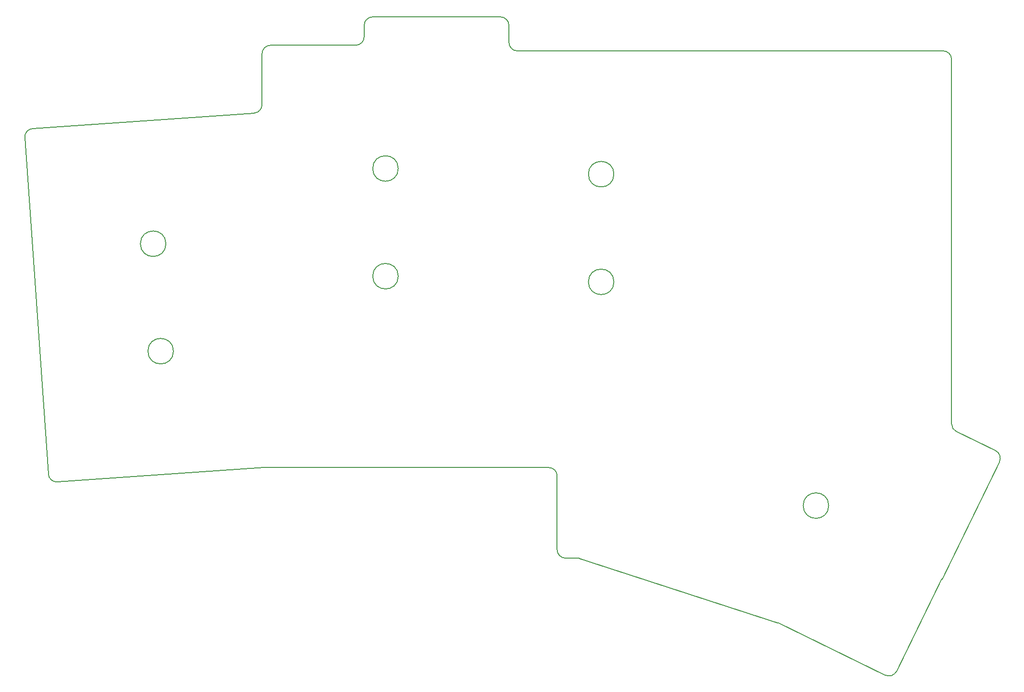
<source format=gbr>
%TF.GenerationSoftware,KiCad,Pcbnew,5.1.12-1.fc35*%
%TF.CreationDate,2022-03-13T18:33:40-07:00*%
%TF.ProjectId,jackalope_split,6a61636b-616c-46f7-9065-5f73706c6974,v1.0.0*%
%TF.SameCoordinates,Original*%
%TF.FileFunction,Profile,NP*%
%FSLAX46Y46*%
G04 Gerber Fmt 4.6, Leading zero omitted, Abs format (unit mm)*
G04 Created by KiCad (PCBNEW 5.1.12-1.fc35) date 2022-03-13 18:33:40*
%MOMM*%
%LPD*%
G01*
G04 APERTURE LIST*
%TA.AperFunction,Profile*%
%ADD10C,0.150000*%
%TD*%
G04 APERTURE END LIST*
D10*
X-9869297Y-12970042D02*
X26556042Y-10422934D01*
X-15620788Y47776731D02*
X-11470278Y-11578330D01*
X-9869297Y-12970043D02*
G75*
G02*
X-11470278Y-11578330I-104634J1496347D01*
G01*
X-14229076Y49377711D02*
X24779595Y52105463D01*
X-15620788Y47776731D02*
G75*
G02*
X-14229076Y49377711I1496346J104634D01*
G01*
X26660676Y-10419280D02*
X76674961Y-10419280D01*
X27674961Y64080720D02*
X42674961Y64080720D01*
X26174961Y62580720D02*
G75*
G02*
X27674961Y64080720I1500000J0D01*
G01*
X26174961Y62580720D02*
X26174961Y53601810D01*
X69674961Y64580720D02*
X69674961Y67580720D01*
X68174961Y69080720D02*
G75*
G02*
X69674961Y67580720I0J-1500000D01*
G01*
X45674961Y69080720D02*
X68174961Y69080720D01*
X44174961Y65580720D02*
X44174961Y67580720D01*
X71174961Y63080720D02*
X146174961Y63080720D01*
X147674961Y29830720D02*
X147674961Y61580720D01*
X147674961Y-2736225D02*
X147674961Y29830720D01*
X78174961Y-24919280D02*
X78174961Y-11919280D01*
X79674961Y-26419280D02*
X82118071Y-26419280D01*
X79674961Y-26419280D02*
G75*
G02*
X78174961Y-24919280I0J1500000D01*
G01*
X148517404Y-4084416D02*
X155408884Y-7445616D01*
X146016982Y-30123627D02*
X156099519Y-9451363D01*
X146016982Y-30123627D02*
X145917265Y-30074991D01*
X82101889Y-26469083D02*
X116975085Y-37800071D01*
X82101889Y-26469083D02*
X82118071Y-26419280D01*
X117169117Y-37878465D02*
X135969953Y-47048246D01*
X137975701Y-46357611D02*
X145917265Y-30074991D01*
X26556041Y-10422934D02*
G75*
G02*
X26660676Y-10419280I104635J-1496346D01*
G01*
X76674961Y-10419280D02*
G75*
G02*
X78174961Y-11919280I0J-1500000D01*
G01*
X116975086Y-37800071D02*
G75*
G02*
X117169117Y-37878465I-463526J-1426585D01*
G01*
X137975701Y-46357612D02*
G75*
G02*
X135969953Y-47048246I-1348191J657557D01*
G01*
X155408884Y-7445616D02*
G75*
G02*
X156099519Y-9451363I-657556J-1348191D01*
G01*
X148517404Y-4084416D02*
G75*
G02*
X147674961Y-2736225I657557J1348191D01*
G01*
X146174961Y63080720D02*
G75*
G02*
X147674961Y61580720I0J-1500000D01*
G01*
X71174961Y63080720D02*
G75*
G02*
X69674961Y64580720I0J1500000D01*
G01*
X44174961Y67580720D02*
G75*
G02*
X45674961Y69080720I1500000J0D01*
G01*
X44174961Y65580720D02*
G75*
G02*
X42674961Y64080720I-1500000J0D01*
G01*
X26174962Y53601809D02*
G75*
G02*
X24779595Y52105463I-1500001J1D01*
G01*
X9240017Y29058384D02*
G75*
G03*
X9240017Y29058384I-2250000J0D01*
G01*
X10565390Y10104667D02*
G75*
G03*
X10565390Y10104667I-2250000J0D01*
G01*
X50174961Y42330720D02*
G75*
G03*
X50174961Y42330720I-2250000J0D01*
G01*
X50174961Y23330720D02*
G75*
G03*
X50174961Y23330720I-2250000J0D01*
G01*
X88174961Y41330720D02*
G75*
G03*
X88174961Y41330720I-2250000J0D01*
G01*
X88174961Y22330720D02*
G75*
G03*
X88174961Y22330720I-2250000J0D01*
G01*
X126024336Y-17139978D02*
G75*
G03*
X126024336Y-17139978I-2250000J0D01*
G01*
M02*

</source>
